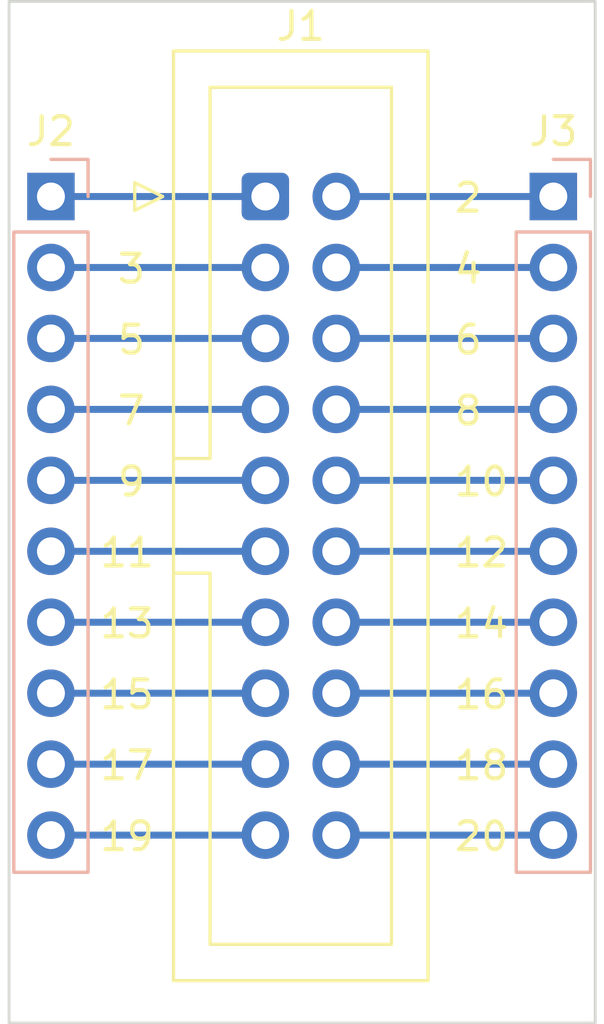
<source format=kicad_pcb>
(kicad_pcb (version 20240108) (generator "pcbnew") (generator_version "8.0")
  (title_block (title "20pin. Header Breakout Board") (date "2024-04-13") (rev "1"))
  (layers (0 "F.Cu" signal) (31 "B.Cu" signal) (34 "B.Paste" user) (35 "F.Paste" user) (36 "B.SilkS" user "B.Silkscreen") (37 "F.SilkS" user "F.Silkscreen") (38 "B.Mask" user) (39 "F.Mask" user) (44 "Edge.Cuts" user))
  (net 0 "")
  (net 1 "1")
  (net 2 "2")
  (net 3 "3")
  (net 4 "4")
  (net 5 "5")
  (net 6 "6")
  (net 7 "7")
  (net 8 "8")
  (net 9 "9")
  (net 10 "10")
  (net 11 "11")
  (net 12 "12")
  (net 13 "13")
  (net 14 "14")
  (net 15 "15")
  (net 16 "16")
  (net 17 "17")
  (net 18 "18")
  (net 19 "19")
  (net 20 "20")
  (footprint "Connector_IDC:IDC-Header_2x10_P2.54mm_Vertical" (layer "F.Cu") (at 59.982 80.01)
    (property "Reference" "J1" (at 1.27 -6.1 0) (layer "F.SilkS"))
    (property "Value" "Conn_01x20_Pin" (hide yes))
    (fp_line (start -4.68 -0.5) (end -4.68 0.5) (stroke (width 0.12)) (layer "F.SilkS"))
    (fp_line (start -4.68 0.5) (end -3.68 0) (stroke (width 0.12)) (layer "F.SilkS"))
    (fp_line (start -3.68 0) (end -4.68 -0.5) (stroke (width 0.12)) (layer "F.SilkS"))
    (fp_line (start -3.29 -5.21) (end 5.83 -5.21) (stroke (width 0.12)) (layer "F.SilkS"))
    (fp_line (start -3.29 9.38) (end -1.98 9.38) (stroke (width 0.12)) (layer "F.SilkS"))
    (fp_line (start -3.29 28.07) (end -3.29 -5.21) (stroke (width 0.12)) (layer "F.SilkS"))
    (fp_line (start -1.98 -3.91) (end 4.52 -3.91) (stroke (width 0.12)) (layer "F.SilkS"))
    (fp_line (start -1.98 9.38) (end -1.98 -3.91) (stroke (width 0.12)) (layer "F.SilkS"))
    (fp_line (start -1.98 13.48) (end -3.29 13.48) (stroke (width 0.12)) (layer "F.SilkS"))
    (fp_line (start -1.98 13.48) (end -1.98 13.48) (stroke (width 0.12)) (layer "F.SilkS"))
    (fp_line (start -1.98 26.77) (end -1.98 13.48) (stroke (width 0.12)) (layer "F.SilkS"))
    (fp_line (start 4.52 -3.91) (end 4.52 26.77) (stroke (width 0.12)) (layer "F.SilkS"))
    (fp_line (start 4.52 26.77) (end -1.98 26.77) (stroke (width 0.12)) (layer "F.SilkS"))
    (fp_line (start 5.83 -5.21) (end 5.83 28.07) (stroke (width 0.12)) (layer "F.SilkS"))
    (fp_line (start 5.83 28.07) (end -3.29 28.07) (stroke (width 0.12)) (layer "F.SilkS"))
    (pad "1" thru_hole roundrect (at 0 0) (size 1.7 1.7) (drill 1) (layers "*.Cu" "*.Mask") (roundrect_rratio 0.147059) (net 1 "1"))
    (pad "2" thru_hole circle (at 2.54 0) (size 1.7 1.7) (drill 1) (layers "*.Cu" "*.Mask") (net 2 "2"))
    (pad "3" thru_hole circle (at 0 2.54) (size 1.7 1.7) (drill 1) (layers "*.Cu" "*.Mask") (net 3 "3"))
    (pad "4" thru_hole circle (at 2.54 2.54) (size 1.7 1.7) (drill 1) (layers "*.Cu" "*.Mask") (net 4 "4"))
    (pad "5" thru_hole circle (at 0 5.08) (size 1.7 1.7) (drill 1) (layers "*.Cu" "*.Mask") (net 5 "5"))
    (pad "6" thru_hole circle (at 2.54 5.08) (size 1.7 1.7) (drill 1) (layers "*.Cu" "*.Mask") (net 6 "6"))
    (pad "7" thru_hole circle (at 0 7.62) (size 1.7 1.7) (drill 1) (layers "*.Cu" "*.Mask") (net 7 "7"))
    (pad "8" thru_hole circle (at 2.54 7.62) (size 1.7 1.7) (drill 1) (layers "*.Cu" "*.Mask") (net 8 "8"))
    (pad "9" thru_hole circle (at 0 10.16) (size 1.7 1.7) (drill 1) (layers "*.Cu" "*.Mask") (net 9 "9"))
    (pad "10" thru_hole circle (at 2.54 10.16) (size 1.7 1.7) (drill 1) (layers "*.Cu" "*.Mask") (net 10 "10"))
    (pad "11" thru_hole circle (at 0 12.7) (size 1.7 1.7) (drill 1) (layers "*.Cu" "*.Mask") (net 11 "11"))
    (pad "12" thru_hole circle (at 2.54 12.7) (size 1.7 1.7) (drill 1) (layers "*.Cu" "*.Mask") (net 12 "12"))
    (pad "13" thru_hole circle (at 0 15.24) (size 1.7 1.7) (drill 1) (layers "*.Cu" "*.Mask") (net 13 "13"))
    (pad "14" thru_hole circle (at 2.54 15.24) (size 1.7 1.7) (drill 1) (layers "*.Cu" "*.Mask") (net 14 "14"))
    (pad "15" thru_hole circle (at 0 17.78) (size 1.7 1.7) (drill 1) (layers "*.Cu" "*.Mask") (net 15 "15"))
    (pad "16" thru_hole circle (at 2.54 17.78) (size 1.7 1.7) (drill 1) (layers "*.Cu" "*.Mask") (net 16 "16"))
    (pad "17" thru_hole circle (at 0 20.32) (size 1.7 1.7) (drill 1) (layers "*.Cu" "*.Mask") (net 17 "17"))
    (pad "18" thru_hole circle (at 2.54 20.32) (size 1.7 1.7) (drill 1) (layers "*.Cu" "*.Mask") (net 18 "18"))
    (pad "19" thru_hole circle (at 0 22.86) (size 1.7 1.7) (drill 1) (layers "*.Cu" "*.Mask") (net 19 "19"))
    (pad "20" thru_hole circle (at 2.54 22.86) (size 1.7 1.7) (drill 1) (layers "*.Cu" "*.Mask") (net 20 "20"))
  )
  (footprint "Connector_PinHeader_2.54mm:PinHeader_1x10_P2.54mm_Vertical" (layer "B.Cu") (at 70.3 80.01 180)
    (property "Reference" "J3" (at 0 2.33 180) (layer "F.SilkS"))
    (property "Value" "Conn_01x10_Pin" (hide yes))
    (fp_line (start 1.33 -1.27) (end -1.33 -1.27) (stroke (width 0.12)) (layer "B.SilkS"))
    (fp_line (start 1.33 -24.19) (end 1.33 -1.27) (stroke (width 0.12)) (layer "B.SilkS"))
    (fp_line (start 1.33 -24.19) (end -1.33 -24.19) (stroke (width 0.12)) (layer "B.SilkS"))
    (fp_line (start 0 1.33) (end -1.33 1.33) (stroke (width 0.12)) (layer "B.SilkS"))
    (fp_line (start -1.33 1.33) (end -1.33 0) (stroke (width 0.12)) (layer "B.SilkS"))
    (fp_line (start -1.33 -24.19) (end -1.33 -1.27) (stroke (width 0.12)) (layer "B.SilkS"))
    (pad "1" thru_hole rect (at 0 0 180) (size 1.7 1.7) (drill 1) (layers "*.Cu" "*.Mask") (net 2 "2"))
    (pad "2" thru_hole oval (at 0 -2.54 180) (size 1.7 1.7) (drill 1) (layers "*.Cu" "*.Mask") (net 4 "4"))
    (pad "3" thru_hole oval (at 0 -5.08 180) (size 1.7 1.7) (drill 1) (layers "*.Cu" "*.Mask") (net 6 "6"))
    (pad "4" thru_hole oval (at 0 -7.62 180) (size 1.7 1.7) (drill 1) (layers "*.Cu" "*.Mask") (net 8 "8"))
    (pad "5" thru_hole oval (at 0 -10.16 180) (size 1.7 1.7) (drill 1) (layers "*.Cu" "*.Mask") (net 10 "10"))
    (pad "6" thru_hole oval (at 0 -12.7 180) (size 1.7 1.7) (drill 1) (layers "*.Cu" "*.Mask") (net 12 "12"))
    (pad "7" thru_hole oval (at 0 -15.24 180) (size 1.7 1.7) (drill 1) (layers "*.Cu" "*.Mask") (net 14 "14"))
    (pad "8" thru_hole oval (at 0 -17.78 180) (size 1.7 1.7) (drill 1) (layers "*.Cu" "*.Mask") (net 16 "16"))
    (pad "9" thru_hole oval (at 0 -20.32 180) (size 1.7 1.7) (drill 1) (layers "*.Cu" "*.Mask") (net 18 "18"))
    (pad "10" thru_hole oval (at 0 -22.86 180) (size 1.7 1.7) (drill 1) (layers "*.Cu" "*.Mask") (net 20 "20"))
  )
  (footprint "Connector_PinHeader_2.54mm:PinHeader_1x10_P2.54mm_Vertical" (layer "B.Cu") (at 52.3 80.01 180)
    (property "Reference" "J2" (at 0 2.33 180) (layer "F.SilkS"))
    (property "Value" "Conn_01x10_Pin" (hide yes))
    (fp_line (start 1.33 -1.27) (end -1.33 -1.27) (stroke (width 0.12)) (layer "B.SilkS"))
    (fp_line (start 1.33 -24.19) (end 1.33 -1.27) (stroke (width 0.12)) (layer "B.SilkS"))
    (fp_line (start 1.33 -24.19) (end -1.33 -24.19) (stroke (width 0.12)) (layer "B.SilkS"))
    (fp_line (start 0 1.33) (end -1.33 1.33) (stroke (width 0.12)) (layer "B.SilkS"))
    (fp_line (start -1.33 1.33) (end -1.33 0) (stroke (width 0.12)) (layer "B.SilkS"))
    (fp_line (start -1.33 -24.19) (end -1.33 -1.27) (stroke (width 0.12)) (layer "B.SilkS"))
    (pad "1" thru_hole rect (at 0 0 180) (size 1.7 1.7) (drill 1) (layers "*.Cu" "*.Mask") (net 1 "1"))
    (pad "2" thru_hole oval (at 0 -2.54 180) (size 1.7 1.7) (drill 1) (layers "*.Cu" "*.Mask") (net 3 "3"))
    (pad "3" thru_hole oval (at 0 -5.08 180) (size 1.7 1.7) (drill 1) (layers "*.Cu" "*.Mask") (net 5 "5"))
    (pad "4" thru_hole oval (at 0 -7.62 180) (size 1.7 1.7) (drill 1) (layers "*.Cu" "*.Mask") (net 7 "7"))
    (pad "5" thru_hole oval (at 0 -10.16 180) (size 1.7 1.7) (drill 1) (layers "*.Cu" "*.Mask") (net 9 "9"))
    (pad "6" thru_hole oval (at 0 -12.7 180) (size 1.7 1.7) (drill 1) (layers "*.Cu" "*.Mask") (net 11 "11"))
    (pad "7" thru_hole oval (at 0 -15.24 180) (size 1.7 1.7) (drill 1) (layers "*.Cu" "*.Mask") (net 13 "13"))
    (pad "8" thru_hole oval (at 0 -17.78 180) (size 1.7 1.7) (drill 1) (layers "*.Cu" "*.Mask") (net 15 "15"))
    (pad "9" thru_hole oval (at 0 -20.32 180) (size 1.7 1.7) (drill 1) (layers "*.Cu" "*.Mask") (net 17 "17"))
    (pad "10" thru_hole oval (at 0 -22.86 180) (size 1.7 1.7) (drill 1) (layers "*.Cu" "*.Mask") (net 19 "19"))
  )
  (gr_rect (start 50.8 73.025) (end 71.8 109.595) (stroke (width 0.1)) (fill none) (layer "Edge.Cuts"))
  (gr_text "20" (at 66.675 103.505 0) (layer "F.SilkS") (effects (font (size 1 1)) (justify left bottom)))
  (gr_text "16" (at 66.675 98.425 0) (layer "F.SilkS") (effects (font (size 1 1)) (justify left bottom)))
  (gr_text "5" (at 54.61 85.725 0) (layer "F.SilkS") (effects (font (size 1 1)) (justify left bottom)))
  (gr_text "7" (at 54.61 88.265 0) (layer "F.SilkS") (effects (font (size 1 1)) (justify left bottom)))
  (gr_text "15" (at 53.975 98.425 0) (layer "F.SilkS") (effects (font (size 1 1)) (justify left bottom)))
  (gr_text "18" (at 66.675 100.965 0) (layer "F.SilkS") (effects (font (size 1 1)) (justify left bottom)))
  (gr_text "14" (at 66.675 95.885 0) (layer "F.SilkS") (effects (font (size 1 1)) (justify left bottom)))
  (gr_text "9" (at 54.61 90.805 0) (layer "F.SilkS") (effects (font (size 1 1)) (justify left bottom)))
  (gr_text "11" (at 53.975 93.345 0) (layer "F.SilkS") (effects (font (size 1 1)) (justify left bottom)))
  (gr_text "12" (at 66.675 93.345 0) (layer "F.SilkS") (effects (font (size 1 1)) (justify left bottom)))
  (gr_text "4" (at 66.675 83.185 0) (layer "F.SilkS") (effects (font (size 1 1)) (justify left bottom)))
  (gr_text "10" (at 66.675 90.805 0) (layer "F.SilkS") (effects (font (size 1 1)) (justify left bottom)))
  (gr_text "8" (at 66.675 88.265 0) (layer "F.SilkS") (effects (font (size 1 1)) (justify left bottom)))
  (gr_text "13" (at 53.975 95.885 0) (layer "F.SilkS") (effects (font (size 1 1)) (justify left bottom)))
  (gr_text "2" (at 66.675 80.645 0) (layer "F.SilkS") (effects (font (size 1 1)) (justify left bottom)))
  (gr_text "6" (at 66.675 85.725 0) (layer "F.SilkS") (effects (font (size 1 1)) (justify left bottom)))
  (gr_text "19" (at 53.975 103.505 0) (layer "F.SilkS") (effects (font (size 1 1)) (justify left bottom)))
  (gr_text "3" (at 54.61 83.185 0) (layer "F.SilkS") (effects (font (size 1 1)) (justify left bottom)))
  (gr_text "17" (at 53.975 100.965 0) (layer "F.SilkS") (effects (font (size 1 1)) (justify left bottom)))
  (segment (start 52.3 80.01) (end 59.982 80.01) (width 0.25) (layer "B.Cu") (net 1))
  (segment (start 62.522 80.01) (end 70.3 80.01) (width 0.25) (layer "B.Cu") (net 2))
  (segment (start 52.3 82.55) (end 59.982 82.55) (width 0.25) (layer "B.Cu") (net 3))
  (segment (start 62.522 82.55) (end 70.3 82.55) (width 0.25) (layer "B.Cu") (net 4))
  (segment (start 52.3 85.09) (end 59.982 85.09) (width 0.25) (layer "B.Cu") (net 5))
  (segment (start 62.522 85.09) (end 70.3 85.09) (width 0.25) (layer "B.Cu") (net 6))
  (segment (start 52.3 87.63) (end 59.982 87.63) (width 0.25) (layer "B.Cu") (net 7))
  (segment (start 62.522 87.63) (end 70.3 87.63) (width 0.25) (layer "B.Cu") (net 8))
  (segment (start 52.3 90.17) (end 59.982 90.17) (width 0.25) (layer "B.Cu") (net 9))
  (segment (start 62.522 90.17) (end 70.3 90.17) (width 0.25) (layer "B.Cu") (net 10))
  (segment (start 52.3 92.71) (end 59.982 92.71) (width 0.25) (layer "B.Cu") (net 11))
  (segment (start 62.522 92.71) (end 70.3 92.71) (width 0.25) (layer "B.Cu") (net 12))
  (segment (start 52.3 95.25) (end 59.982 95.25) (width 0.25) (layer "B.Cu") (net 13))
  (segment (start 62.522 95.25) (end 70.3 95.25) (width 0.25) (layer "B.Cu") (net 14))
  (segment (start 52.3 97.79) (end 59.982 97.79) (width 0.25) (layer "B.Cu") (net 15))
  (segment (start 62.522 97.79) (end 70.3 97.79) (width 0.25) (layer "B.Cu") (net 16))
  (segment (start 52.3 100.33) (end 59.982 100.33) (width 0.25) (layer "B.Cu") (net 17))
  (segment (start 62.522 100.33) (end 70.3 100.33) (width 0.25) (layer "B.Cu") (net 18))
  (segment (start 52.3 102.87) (end 59.982 102.87) (width 0.25) (layer "B.Cu") (net 19))
  (segment (start 62.522 102.87) (end 70.3 102.87) (width 0.25) (layer "B.Cu") (net 20))
)
</source>
